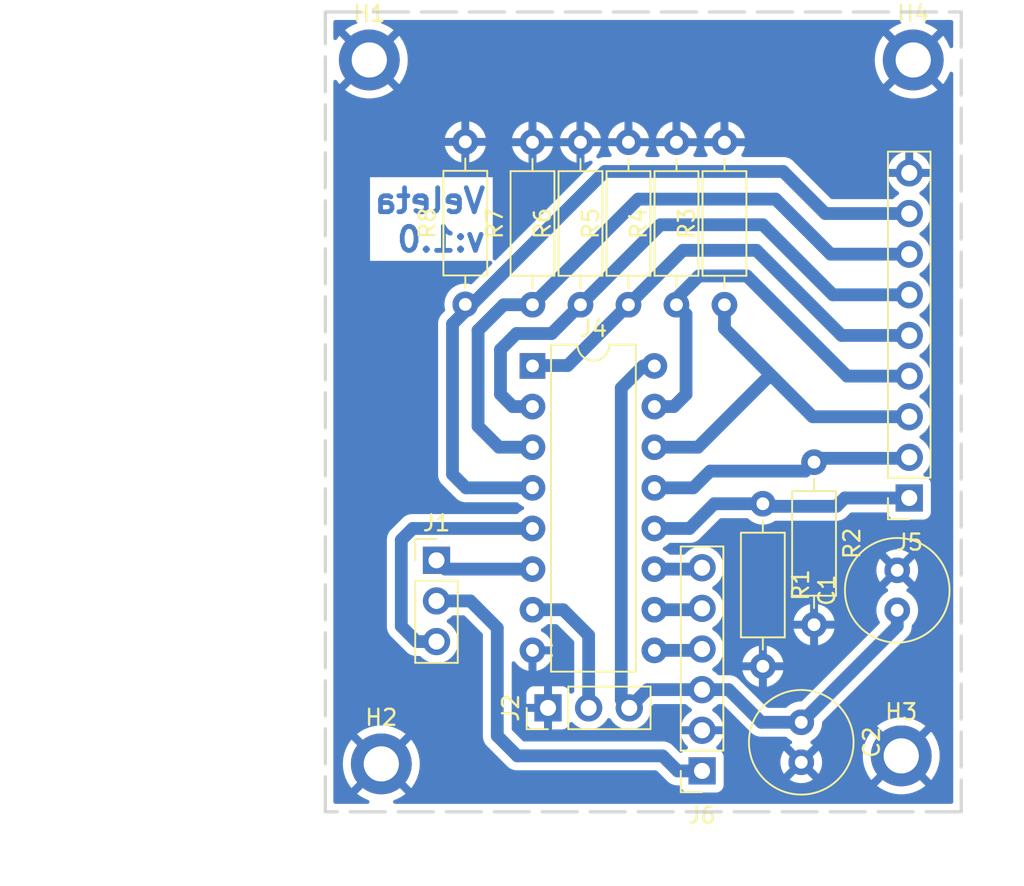
<source format=kicad_pcb>
(kicad_pcb (version 20240108) (generator "pcbnew") (generator_version "8.0")
  (layers (0 "F.Cu" signal) (31 "B.Cu" signal) (34 "B.Paste" user) (35 "F.Paste" user) (36 "B.SilkS" user "B.Silkscreen") (37 "F.SilkS" user "F.Silkscreen") (38 "B.Mask" user) (39 "F.Mask" user) (44 "Edge.Cuts" user))
  (net 0 "")
  (net 1 "GND")
  (net 2 "Net-(J1-Pin_2)")
  (net 3 "Net-(J1-Pin_1)")
  (net 4 "Net-(J1-Pin_3)")
  (net 5 "Net-(J2-Pin_2)")
  (net 6 "Net-(J4-Pin_14)")
  (net 7 "Net-(J4-Pin_3)")
  (net 8 "Net-(J4-Pin_13)")
  (net 9 "Net-(J4-Pin_4)")
  (net 10 "Net-(J4-Pin_1)")
  (net 11 "Net-(J4-Pin_2)")
  (net 12 "Net-(J4-Pin_15)")
  (net 13 "Net-(J4-Pin_12)")
  (net 14 "+5V")
  (net 15 "Net-(J4-Pin_9)")
  (net 16 "Net-(J4-Pin_10)")
  (net 17 "Net-(J4-Pin_11)")
  (footprint "MountingHole:MountingHole_2.2mm_M2_DIN965_Pad" (layer "F.Cu") (at 155.799999 63)
    (property "Reference" "H4" (at 0 -2.9 0) (layer "F.SilkS"))
    (property "Value" "MountingHole_Pad")
    (pad "1" thru_hole circle (at 0 0) (size 3.8 3.8) (drill 2.2) (layers "*.Cu" "*.Mask") (net 1 "GND"))
  )
  (footprint "Capacitor_THT:C_Radial_D6.3mm_H7.0mm_P2.50mm" (layer "F.Cu") (at 154.799999 97.4 90)
    (property "Reference" "C1" (at 1.25 -4.4 90) (layer "F.SilkS"))
    (property "Value" "C")
    (fp_circle (center 1.25 0) (end 4.52 0) (stroke (width 0.12)) (fill none) (layer "F.SilkS"))
    (pad "1" thru_hole circle (at 0 0 90) (size 1.6 1.6) (drill 0.8) (layers "*.Cu" "*.Mask") (net 14 "+5V"))
    (pad "2" thru_hole circle (at 2.5 0 90) (size 1.6 1.6) (drill 0.8) (layers "*.Cu" "*.Mask") (net 1 "GND"))
  )
  (footprint "Capacitor_THT:C_Radial_D6.3mm_H7.0mm_P2.50mm" (layer "F.Cu") (at 148.799999 104.4 -90)
    (property "Reference" "C2" (at 1.25 -4.4 90) (layer "F.SilkS"))
    (property "Value" "C")
    (fp_circle (center 1.25 0) (end 4.52 0) (stroke (width 0.12)) (fill none) (layer "F.SilkS"))
    (pad "1" thru_hole circle (at 0 0 270) (size 1.6 1.6) (drill 0.8) (layers "*.Cu" "*.Mask") (net 14 "+5V"))
    (pad "2" thru_hole circle (at 2.5 0 270) (size 1.6 1.6) (drill 0.8) (layers "*.Cu" "*.Mask") (net 1 "GND"))
  )
  (footprint "Resistor_THT:R_Axial_DIN0207_L6.3mm_D2.5mm_P10.16mm_Horizontal" (layer "F.Cu") (at 134.999999 78.3 90)
    (property "Reference" "R6" (at 5.08 -2.37 90) (layer "F.SilkS"))
    (property "Value" "10k")
    (fp_line (start 8.35 -1.37) (end 1.81 -1.37) (stroke (width 0.12)) (layer "F.SilkS"))
    (fp_line (start 1.81 -1.37) (end 1.81 1.37) (stroke (width 0.12)) (layer "F.SilkS"))
    (fp_line (start 9.12 0) (end 8.35 0) (stroke (width 0.12)) (layer "F.SilkS"))
    (fp_line (start 1.04 0) (end 1.81 0) (stroke (width 0.12)) (layer "F.SilkS"))
    (fp_line (start 8.35 1.37) (end 8.35 -1.37) (stroke (width 0.12)) (layer "F.SilkS"))
    (fp_line (start 1.81 1.37) (end 8.35 1.37) (stroke (width 0.12)) (layer "F.SilkS"))
    (pad "1" thru_hole circle (at 0 0 90) (size 1.6 1.6) (drill 0.8) (layers "*.Cu" "*.Mask") (net 11 "Net-(J4-Pin_2)"))
    (pad "2" thru_hole oval (at 10.16 0 90) (size 1.6 1.6) (drill 0.8) (layers "*.Cu" "*.Mask") (net 1 "GND"))
  )
  (footprint "Resistor_THT:R_Axial_DIN0207_L6.3mm_D2.5mm_P10.16mm_Horizontal" (layer "F.Cu") (at 146.399999 90.74 -90)
    (property "Reference" "R1" (at 5.08 -2.37 90) (layer "F.SilkS"))
    (property "Value" "10k")
    (fp_line (start 1.81 1.37) (end 8.35 1.37) (stroke (width 0.12)) (layer "F.SilkS"))
    (fp_line (start 8.35 1.37) (end 8.35 -1.37) (stroke (width 0.12)) (layer "F.SilkS"))
    (fp_line (start 1.04 0) (end 1.81 0) (stroke (width 0.12)) (layer "F.SilkS"))
    (fp_line (start 9.12 0) (end 8.35 0) (stroke (width 0.12)) (layer "F.SilkS"))
    (fp_line (start 1.81 -1.37) (end 1.81 1.37) (stroke (width 0.12)) (layer "F.SilkS"))
    (fp_line (start 8.35 -1.37) (end 1.81 -1.37) (stroke (width 0.12)) (layer "F.SilkS"))
    (pad "1" thru_hole circle (at 0 0 270) (size 1.6 1.6) (drill 0.8) (layers "*.Cu" "*.Mask") (net 13 "Net-(J4-Pin_12)"))
    (pad "2" thru_hole oval (at 10.16 0 270) (size 1.6 1.6) (drill 0.8) (layers "*.Cu" "*.Mask") (net 1 "GND"))
  )
  (footprint "Package_DIP:DIP-16_W7.62mm" (layer "F.Cu") (at 131.999999 82.125)
    (property "Reference" "J4" (at 3.81 -2.33 0) (layer "F.SilkS"))
    (property "Value" "74HC251")
    (fp_line (start 1.16 -1.33) (end 1.16 19.11) (stroke (width 0.12)) (layer "F.SilkS"))
    (fp_line (start 1.16 19.11) (end 6.46 19.11) (stroke (width 0.12)) (layer "F.SilkS"))
    (fp_line (start 2.81 -1.33) (end 1.16 -1.33) (stroke (width 0.12)) (layer "F.SilkS"))
    (fp_line (start 6.46 -1.33) (end 4.81 -1.33) (stroke (width 0.12)) (layer "F.SilkS"))
    (fp_line (start 6.46 19.11) (end 6.46 -1.33) (stroke (width 0.12)) (layer "F.SilkS"))
    (fp_arc (start 4.81 -1.33) (mid 3.81 -0.33) (end 2.81 -1.33) (stroke (width 0.12)) (layer "F.SilkS"))
    (pad "1" thru_hole rect (at 0 0) (size 1.6 1.6) (drill 0.8) (layers "*.Cu" "*.Mask") (net 10 "Net-(J4-Pin_1)"))
    (pad "2" thru_hole oval (at 0 2.54) (size 1.6 1.6) (drill 0.8) (layers "*.Cu" "*.Mask") (net 11 "Net-(J4-Pin_2)"))
    (pad "3" thru_hole oval (at 0 5.08) (size 1.6 1.6) (drill 0.8) (layers "*.Cu" "*.Mask") (net 7 "Net-(J4-Pin_3)"))
    (pad "4" thru_hole oval (at 0 7.62) (size 1.6 1.6) (drill 0.8) (layers "*.Cu" "*.Mask") (net 9 "Net-(J4-Pin_4)"))
    (pad "5" thru_hole oval (at 0 10.16) (size 1.6 1.6) (drill 0.8) (layers "*.Cu" "*.Mask") (net 4 "Net-(J1-Pin_3)"))
    (pad "6" thru_hole oval (at 0 12.7) (size 1.6 1.6) (drill 0.8) (layers "*.Cu" "*.Mask") (net 3 "Net-(J1-Pin_1)"))
    (pad "7" thru_hole oval (at 0 15.24) (size 1.6 1.6) (drill 0.8) (layers "*.Cu" "*.Mask") (net 5 "Net-(J2-Pin_2)"))
    (pad "8" thru_hole oval (at 0 17.78) (size 1.6 1.6) (drill 0.8) (layers "*.Cu" "*.Mask") (net 1 "GND"))
    (pad "9" thru_hole oval (at 7.62 17.78) (size 1.6 1.6) (drill 0.8) (layers "*.Cu" "*.Mask") (net 15 "Net-(J4-Pin_9)"))
    (pad "10" thru_hole oval (at 7.62 15.24) (size 1.6 1.6) (drill 0.8) (layers "*.Cu" "*.Mask") (net 16 "Net-(J4-Pin_10)"))
    (pad "11" thru_hole oval (at 7.62 12.7) (size 1.6 1.6) (drill 0.8) (layers "*.Cu" "*.Mask") (net 17 "Net-(J4-Pin_11)"))
    (pad "12" thru_hole oval (at 7.62 10.16) (size 1.6 1.6) (drill 0.8) (layers "*.Cu" "*.Mask") (net 13 "Net-(J4-Pin_12)"))
    (pad "13" thru_hole oval (at 7.62 7.62) (size 1.6 1.6) (drill 0.8) (layers "*.Cu" "*.Mask") (net 8 "Net-(J4-Pin_13)"))
    (pad "14" thru_hole oval (at 7.62 5.08) (size 1.6 1.6) (drill 0.8) (layers "*.Cu" "*.Mask") (net 6 "Net-(J4-Pin_14)"))
    (pad "15" thru_hole oval (at 7.62 2.54) (size 1.6 1.6) (drill 0.8) (layers "*.Cu" "*.Mask") (net 12 "Net-(J4-Pin_15)"))
    (pad "16" thru_hole oval (at 7.62 0) (size 1.6 1.6) (drill 0.8) (layers "*.Cu" "*.Mask") (net 14 "+5V"))
  )
  (footprint "Connector_PinSocket_2.54mm:PinSocket_1x06_P2.54mm_Vertical" (layer "F.Cu") (at 142.599999 107.44 180)
    (property "Reference" "J6" (at 0 -2.77 0) (layer "F.SilkS"))
    (property "Value" "ToMother")
    (fp_line (start 1.33 1.27) (end 1.33 14.03) (stroke (width 0.12)) (layer "F.SilkS"))
    (fp_line (start 1.33 -1.33) (end 1.33 0) (stroke (width 0.12)) (layer "F.SilkS"))
    (fp_line (start 0 -1.33) (end 1.33 -1.33) (stroke (width 0.12)) (layer "F.SilkS"))
    (fp_line (start -1.33 14.03) (end 1.33 14.03) (stroke (width 0.12)) (layer "F.SilkS"))
    (fp_line (start -1.33 1.27) (end 1.33 1.27) (stroke (width 0.12)) (layer "F.SilkS"))
    (fp_line (start -1.33 1.27) (end -1.33 14.03) (stroke (width 0.12)) (layer "F.SilkS"))
    (pad "1" thru_hole rect (at 0 0 180) (size 1.7 1.7) (drill 1) (layers "*.Cu" "*.Mask") (net 2 "Net-(J1-Pin_2)"))
    (pad "2" thru_hole oval (at 0 2.54 180) (size 1.7 1.7) (drill 1) (layers "*.Cu" "*.Mask") (net 1 "GND"))
    (pad "3" thru_hole oval (at 0 5.08 180) (size 1.7 1.7) (drill 1) (layers "*.Cu" "*.Mask") (net 14 "+5V"))
    (pad "4" thru_hole oval (at 0 7.62 180) (size 1.7 1.7) (drill 1) (layers "*.Cu" "*.Mask") (net 15 "Net-(J4-Pin_9)"))
    (pad "5" thru_hole oval (at 0 10.16 180) (size 1.7 1.7) (drill 1) (layers "*.Cu" "*.Mask") (net 16 "Net-(J4-Pin_10)"))
    (pad "6" thru_hole oval (at 0 12.7 180) (size 1.7 1.7) (drill 1) (layers "*.Cu" "*.Mask") (net 17 "Net-(J4-Pin_11)"))
  )
  (footprint "Connector_PinHeader_2.54mm:PinHeader_1x03_P2.54mm_Vertical" (layer "F.Cu") (at 126 94.275)
    (property "Reference" "J1" (at 0 -2.33 0) (layer "F.SilkS"))
    (property "Value" "Conn_01x03")
    (fp_line (start -1.33 -1.33) (end 0 -1.33) (stroke (width 0.12)) (layer "F.SilkS"))
    (fp_line (start -1.33 0) (end -1.33 -1.33) (stroke (width 0.12)) (layer "F.SilkS"))
    (fp_line (start -1.33 1.27) (end -1.33 6.41) (stroke (width 0.12)) (layer "F.SilkS"))
    (fp_line (start -1.33 1.27) (end 1.33 1.27) (stroke (width 0.12)) (layer "F.SilkS"))
    (fp_line (start -1.33 6.41) (end 1.33 6.41) (stroke (width 0.12)) (layer "F.SilkS"))
    (fp_line (start 1.33 1.27) (end 1.33 6.41) (stroke (width 0.12)) (layer "F.SilkS"))
    (pad "1" thru_hole rect (at 0 0) (size 1.7 1.7) (drill 1) (layers "*.Cu" "*.Mask") (net 3 "Net-(J1-Pin_1)"))
    (pad "2" thru_hole oval (at 0 2.54) (size 1.7 1.7) (drill 1) (layers "*.Cu" "*.Mask") (net 2 "Net-(J1-Pin_2)"))
    (pad "3" thru_hole oval (at 0 5.08) (size 1.7 1.7) (drill 1) (layers "*.Cu" "*.Mask") (net 4 "Net-(J1-Pin_3)"))
  )
  (footprint "Connector_PinHeader_2.54mm:PinHeader_1x03_P2.54mm_Vertical" (layer "F.Cu") (at 132.969999 103.5 90)
    (property "Reference" "J2" (at 0 -2.33 90) (layer "F.SilkS"))
    (property "Value" "Conn_01x03")
    (fp_line (start -1.33 -1.33) (end 0 -1.33) (stroke (width 0.12)) (layer "F.SilkS"))
    (fp_line (start -1.33 0) (end -1.33 -1.33) (stroke (width 0.12)) (layer "F.SilkS"))
    (fp_line (start 1.33 1.27) (end 1.33 6.41) (stroke (width 0.12)) (layer "F.SilkS"))
    (fp_line (start -1.33 1.27) (end 1.33 1.27) (stroke (width 0.12)) (layer "F.SilkS"))
    (fp_line (start -1.33 1.27) (end -1.33 6.41) (stroke (width 0.12)) (layer "F.SilkS"))
    (fp_line (start -1.33 6.41) (end 1.33 6.41) (stroke (width 0.12)) (layer "F.SilkS"))
    (pad "1" thru_hole rect (at 0 0 90) (size 1.7 1.7) (drill 1) (layers "*.Cu" "*.Mask") (net 1 "GND"))
    (pad "2" thru_hole oval (at 0 2.54 90) (size 1.7 1.7) (drill 1) (layers "*.Cu" "*.Mask") (net 5 "Net-(J2-Pin_2)"))
    (pad "3" thru_hole oval (at 0 5.08 90) (size 1.7 1.7) (drill 1) (layers "*.Cu" "*.Mask") (net 14 "+5V"))
  )
  (footprint "MountingHole:MountingHole_2.2mm_M2_DIN965_Pad" (layer "F.Cu") (at 121.799999 63)
    (property "Reference" "H1" (at 0 -2.9 0) (layer "F.SilkS"))
    (property "Value" "MountingHole_Pad")
    (pad "1" thru_hole circle (at 0 0) (size 3.8 3.8) (drill 2.2) (layers "*.Cu" "*.Mask") (net 1 "GND"))
  )
  (footprint "Resistor_THT:R_Axial_DIN0207_L6.3mm_D2.5mm_P10.16mm_Horizontal" (layer "F.Cu") (at 140.999999 78.3 90)
    (property "Reference" "R4" (at 5.08 -2.37 90) (layer "F.SilkS"))
    (property "Value" "10k")
    (fp_line (start 8.35 -1.37) (end 1.81 -1.37) (stroke (width 0.12)) (layer "F.SilkS"))
    (fp_line (start 1.81 -1.37) (end 1.81 1.37) (stroke (width 0.12)) (layer "F.SilkS"))
    (fp_line (start 9.12 0) (end 8.35 0) (stroke (width 0.12)) (layer "F.SilkS"))
    (fp_line (start 1.04 0) (end 1.81 0) (stroke (width 0.12)) (layer "F.SilkS"))
    (fp_line (start 8.35 1.37) (end 8.35 -1.37) (stroke (width 0.12)) (layer "F.SilkS"))
    (fp_line (start 1.81 1.37) (end 8.35 1.37) (stroke (width 0.12)) (layer "F.SilkS"))
    (pad "1" thru_hole circle (at 0 0 90) (size 1.6 1.6) (drill 0.8) (layers "*.Cu" "*.Mask") (net 12 "Net-(J4-Pin_15)"))
    (pad "2" thru_hole oval (at 10.16 0 90) (size 1.6 1.6) (drill 0.8) (layers "*.Cu" "*.Mask") (net 1 "GND"))
  )
  (footprint "Resistor_THT:R_Axial_DIN0207_L6.3mm_D2.5mm_P10.16mm_Horizontal" (layer "F.Cu") (at 149.599999 88.14 -90)
    (property "Reference" "R2" (at 5.08 -2.37 90) (layer "F.SilkS"))
    (property "Value" "10k")
    (fp_line (start 1.81 1.37) (end 8.35 1.37) (stroke (width 0.12)) (layer "F.SilkS"))
    (fp_line (start 8.35 1.37) (end 8.35 -1.37) (stroke (width 0.12)) (layer "F.SilkS"))
    (fp_line (start 1.04 0) (end 1.81 0) (stroke (width 0.12)) (layer "F.SilkS"))
    (fp_line (start 9.12 0) (end 8.35 0) (stroke (width 0.12)) (layer "F.SilkS"))
    (fp_line (start 1.81 -1.37) (end 1.81 1.37) (stroke (width 0.12)) (layer "F.SilkS"))
    (fp_line (start 8.35 -1.37) (end 1.81 -1.37) (stroke (width 0.12)) (layer "F.SilkS"))
    (pad "1" thru_hole circle (at 0 0 270) (size 1.6 1.6) (drill 0.8) (layers "*.Cu" "*.Mask") (net 8 "Net-(J4-Pin_13)"))
    (pad "2" thru_hole oval (at 10.16 0 270) (size 1.6 1.6) (drill 0.8) (layers "*.Cu" "*.Mask") (net 1 "GND"))
  )
  (footprint "Resistor_THT:R_Axial_DIN0207_L6.3mm_D2.5mm_P10.16mm_Horizontal" (layer "F.Cu") (at 137.999999 78.3 90)
    (property "Reference" "R5" (at 5.08 -2.37 90) (layer "F.SilkS"))
    (property "Value" "10k")
    (fp_line (start 8.35 -1.37) (end 1.81 -1.37) (stroke (width 0.12)) (layer "F.SilkS"))
    (fp_line (start 1.81 -1.37) (end 1.81 1.37) (stroke (width 0.12)) (layer "F.SilkS"))
    (fp_line (start 9.12 0) (end 8.35 0) (stroke (width 0.12)) (layer "F.SilkS"))
    (fp_line (start 1.04 0) (end 1.81 0) (stroke (width 0.12)) (layer "F.SilkS"))
    (fp_line (start 8.35 1.37) (end 8.35 -1.37) (stroke (width 0.12)) (layer "F.SilkS"))
    (fp_line (start 1.81 1.37) (end 8.35 1.37) (stroke (width 0.12)) (layer "F.SilkS"))
    (pad "1" thru_hole circle (at 0 0 90) (size 1.6 1.6) (drill 0.8) (layers "*.Cu" "*.Mask") (net 10 "Net-(J4-Pin_1)"))
    (pad "2" thru_hole oval (at 10.16 0 90) (size 1.6 1.6) (drill 0.8) (layers "*.Cu" "*.Mask") (net 1 "GND"))
  )
  (footprint "MountingHole:MountingHole_2.2mm_M2_DIN965_Pad" (layer "F.Cu") (at 122.549999 107)
    (property "Reference" "H2" (at 0 -2.9 0) (layer "F.SilkS"))
    (property "Value" "MountingHole_Pad")
    (pad "1" thru_hole circle (at 0 0) (size 3.8 3.8) (drill 2.2) (layers "*.Cu" "*.Mask") (net 1 "GND"))
  )
  (footprint "Resistor_THT:R_Axial_DIN0207_L6.3mm_D2.5mm_P10.16mm_Horizontal" (layer "F.Cu") (at 143.999999 78.3 90)
    (property "Reference" "R3" (at 5.08 -2.37 90) (layer "F.SilkS"))
    (property "Value" "10k")
    (fp_line (start 8.35 -1.37) (end 1.81 -1.37) (stroke (width 0.12)) (layer "F.SilkS"))
    (fp_line (start 1.81 -1.37) (end 1.81 1.37) (stroke (width 0.12)) (layer "F.SilkS"))
    (fp_line (start 9.12 0) (end 8.35 0) (stroke (width 0.12)) (layer "F.SilkS"))
    (fp_line (start 1.04 0) (end 1.81 0) (stroke (width 0.12)) (layer "F.SilkS"))
    (fp_line (start 8.35 1.37) (end 8.35 -1.37) (stroke (width 0.12)) (layer "F.SilkS"))
    (fp_line (start 1.81 1.37) (end 8.35 1.37) (stroke (width 0.12)) (layer "F.SilkS"))
    (pad "1" thru_hole circle (at 0 0 90) (size 1.6 1.6) (drill 0.8) (layers "*.Cu" "*.Mask") (net 6 "Net-(J4-Pin_14)"))
    (pad "2" thru_hole oval (at 10.16 0 90) (size 1.6 1.6) (drill 0.8) (layers "*.Cu" "*.Mask") (net 1 "GND"))
  )
  (footprint "Connector_PinSocket_2.54mm:PinSocket_1x09_P2.54mm_Vertical" (layer "F.Cu") (at 155.549999 90.38 180)
    (property "Reference" "J5" (at 0 -2.77 0) (layer "F.SilkS"))
    (property "Value" "Conn_01x09")
    (fp_line (start 1.33 1.27) (end 1.33 21.65) (stroke (width 0.12)) (layer "F.SilkS"))
    (fp_line (start 1.33 -1.33) (end 1.33 0) (stroke (width 0.12)) (layer "F.SilkS"))
    (fp_line (start 0 -1.33) (end 1.33 -1.33) (stroke (width 0.12)) (layer "F.SilkS"))
    (fp_line (start -1.33 21.65) (end 1.33 21.65) (stroke (width 0.12)) (layer "F.SilkS"))
    (fp_line (start -1.33 1.27) (end 1.33 1.27) (stroke (width 0.12)) (layer "F.SilkS"))
    (fp_line (start -1.33 1.27) (end -1.33 21.65) (stroke (width 0.12)) (layer "F.SilkS"))
    (pad "1" thru_hole rect (at 0 0 180) (size 1.7 1.7) (drill 1) (layers "*.Cu" "*.Mask") (net 13 "Net-(J4-Pin_12)"))
    (pad "2" thru_hole oval (at 0 2.54 180) (size 1.7 1.7) (drill 1) (layers "*.Cu" "*.Mask") (net 8 "Net-(J4-Pin_13)"))
    (pad "3" thru_hole oval (at 0 5.08 180) (size 1.7 1.7) (drill 1) (layers "*.Cu" "*.Mask") (net 6 "Net-(J4-Pin_14)"))
    (pad "4" thru_hole oval (at 0 7.62 180) (size 1.7 1.7) (drill 1) (layers "*.Cu" "*.Mask") (net 12 "Net-(J4-Pin_15)"))
    (pad "5" thru_hole oval (at 0 10.16 180) (size 1.7 1.7) (drill 1) (layers "*.Cu" "*.Mask") (net 10 "Net-(J4-Pin_1)"))
    (pad "6" thru_hole oval (at 0 12.7 180) (size 1.7 1.7) (drill 1) (layers "*.Cu" "*.Mask") (net 11 "Net-(J4-Pin_2)"))
    (pad "7" thru_hole oval (at 0 15.24 180) (size 1.7 1.7) (drill 1) (layers "*.Cu" "*.Mask") (net 7 "Net-(J4-Pin_3)"))
    (pad "8" thru_hole oval (at 0 17.78 180) (size 1.7 1.7) (drill 1) (layers "*.Cu" "*.Mask") (net 9 "Net-(J4-Pin_4)"))
    (pad "9" thru_hole oval (at 0 20.32 180) (size 1.7 1.7) (drill 1) (layers "*.Cu" "*.Mask") (net 1 "GND"))
  )
  (footprint "Resistor_THT:R_Axial_DIN0207_L6.3mm_D2.5mm_P10.16mm_Horizontal" (layer "F.Cu") (at 127.8 78.28 90)
    (property "Reference" "R8" (at 5.08 -2.37 90) (layer "F.SilkS"))
    (property "Value" "10k")
    (fp_line (start 8.35 -1.37) (end 1.81 -1.37) (stroke (width 0.12)) (layer "F.SilkS"))
    (fp_line (start 1.81 -1.37) (end 1.81 1.37) (stroke (width 0.12)) (layer "F.SilkS"))
    (fp_line (start 9.12 0) (end 8.35 0) (stroke (width 0.12)) (layer "F.SilkS"))
    (fp_line (start 1.04 0) (end 1.81 0) (stroke (width 0.12)) (layer "F.SilkS"))
    (fp_line (start 8.35 1.37) (end 8.35 -1.37) (stroke (width 0.12)) (layer "F.SilkS"))
    (fp_line (start 1.81 1.37) (end 8.35 1.37) (stroke (width 0.12)) (layer "F.SilkS"))
    (pad "1" thru_hole circle (at 0 0 90) (size 1.6 1.6) (drill 0.8) (layers "*.Cu" "*.Mask") (net 9 "Net-(J4-Pin_4)"))
    (pad "2" thru_hole oval (at 10.16 0 90) (size 1.6 1.6) (drill 0.8) (layers "*.Cu" "*.Mask") (net 1 "GND"))
  )
  (footprint "MountingHole:MountingHole_2.2mm_M2_DIN965_Pad" (layer "F.Cu") (at 155.049999 106.5)
    (property "Reference" "H3" (at 0 -2.75 0) (layer "F.SilkS"))
    (property "Value" "MountingHole_Pad")
    (pad "1" thru_hole circle (at 0 0) (size 3.8 3.8) (drill 2.2) (layers "*.Cu" "*.Mask") (net 1 "GND"))
  )
  (footprint "Resistor_THT:R_Axial_DIN0207_L6.3mm_D2.5mm_P10.16mm_Horizontal" (layer "F.Cu") (at 131.999999 78.3 90)
    (property "Reference" "R7" (at 5.08 -2.37 90) (layer "F.SilkS"))
    (property "Value" "10k")
    (fp_line (start 8.35 -1.37) (end 1.81 -1.37) (stroke (width 0.12)) (layer "F.SilkS"))
    (fp_line (start 1.81 -1.37) (end 1.81 1.37) (stroke (width 0.12)) (layer "F.SilkS"))
    (fp_line (start 9.12 0) (end 8.35 0) (stroke (width 0.12)) (layer "F.SilkS"))
    (fp_line (start 1.04 0) (end 1.81 0) (stroke (width 0.12)) (layer "F.SilkS"))
    (fp_line (start 8.35 1.37) (end 8.35 -1.37) (stroke (width 0.12)) (layer "F.SilkS"))
    (fp_line (start 1.81 1.37) (end 8.35 1.37) (stroke (width 0.12)) (layer "F.SilkS"))
    (pad "1" thru_hole circle (at 0 0 90) (size 1.6 1.6) (drill 0.8) (layers "*.Cu" "*.Mask") (net 7 "Net-(J4-Pin_3)"))
    (pad "2" thru_hole oval (at 10.16 0 90) (size 1.6 1.6) (drill 0.8) (layers "*.Cu" "*.Mask") (net 1 "GND"))
  )
  (gr_rect (start 119.049999 60) (end 158.799999 110) (stroke (width 0.2) (type dash)) (fill none) (layer "Edge.Cuts"))
  (gr_text "Veleta\nv:1.0\n" (at 129.199999 75.1 0) (layer "B.Cu") (effects (font (size 1.5 1.5) (thickness 0.3) (bold yes)) (justify left bottom mirror)))
  (segment (start 129.799999 98.5) (end 128.114999 96.815) (width 0.8) (layer "B.Cu") (net 2))
  (segment (start 131.049999 106.5) (end 129.799999 105.25) (width 0.8) (layer "B.Cu") (net 2))
  (segment (start 141.069999 107.44) (end 140.129999 106.5) (width 0.8) (layer "B.Cu") (net 2))
  (segment (start 129.799999 105.25) (end 129.799999 98.5) (width 0.8) (layer "B.Cu") (net 2))
  (segment (start 140.129999 106.5) (end 131.049999 106.5) (width 0.8) (layer "B.Cu") (net 2))
  (segment (start 128.114999 96.815) (end 126 96.815) (width 0.8) (layer "B.Cu") (net 2))
  (segment (start 142.599999 107.44) (end 141.069999 107.44) (width 0.8) (layer "B.Cu") (net 2))
  (segment (start 126.55 94.825) (end 126 94.275) (width 0.8) (layer "B.Cu") (net 3))
  (segment (start 131.984999 94.84) (end 131.999999 94.825) (width 0.8) (layer "B.Cu") (net 3))
  (segment (start 131.999999 94.825) (end 126.55 94.825) (width 0.8) (layer "B.Cu") (net 3))
  (segment (start 131.999999 92.285) (end 124.515 92.285) (width 0.8) (layer "B.Cu") (net 4))
  (segment (start 124.515 92.285) (end 123.8 93) (width 0.8) (layer "B.Cu") (net 4))
  (segment (start 124.755 99.355) (end 126 99.355) (width 0.8) (layer "B.Cu") (net 4))
  (segment (start 123.8 98.4) (end 124.755 99.355) (width 0.8) (layer "B.Cu") (net 4))
  (segment (start 123.8 93) (end 123.8 98.4) (width 0.8) (layer "B.Cu") (net 4))
  (segment (start 135.509999 98.96) (end 133.914999 97.365) (width 0.8) (layer "B.Cu") (net 5))
  (segment (start 133.914999 97.365) (end 131.999999 97.365) (width 0.8) (layer "B.Cu") (net 5))
  (segment (start 135.509999 103.5) (end 135.509999 98.96) (width 0.8) (layer "B.Cu") (net 5))
  (segment (start 143.999999 79.7) (end 143.999999 78.3) (width 0.8) (layer "B.Cu") (net 6))
  (segment (start 155.549999 85.3) (end 149.509999 85.3) (width 0.8) (layer "B.Cu") (net 6))
  (segment (start 143.999999 79.79) (end 143.999999 79.7) (width 0.8) (layer "B.Cu") (net 6))
  (segment (start 139.619999 87.205) (end 142.344999 87.205) (width 0.8) (layer "B.Cu") (net 6))
  (segment (start 142.344999 87.205) (end 146.879999 82.67) (width 0.8) (layer "B.Cu") (net 6))
  (segment (start 149.509999 85.3) (end 143.999999 79.79) (width 0.8) (layer "B.Cu") (net 6))
  (segment (start 130.199999 78.3) (end 131.999999 78.3) (width 0.8) (layer "B.Cu") (net 7))
  (segment (start 131.999999 78.3) (end 138.599999 71.7) (width 0.8) (layer "B.Cu") (net 7))
  (segment (start 128.599999 79.9) (end 130.199999 78.3) (width 0.8) (layer "B.Cu") (net 7))
  (segment (start 128.599999 85.9) (end 128.599999 79.9) (width 0.8) (layer "B.Cu") (net 7))
  (segment (start 129.904999 87.205) (end 128.599999 85.9) (width 0.8) (layer "B.Cu") (net 7))
  (segment (start 131.999999 87.205) (end 129.904999 87.205) (width 0.8) (layer "B.Cu") (net 7))
  (segment (start 150.639999 75.14) (end 155.549999 75.14) (width 0.8) (layer "B.Cu") (net 7))
  (segment (start 147.199999 71.7) (end 150.639999 75.14) (width 0.8) (layer "B.Cu") (net 7))
  (segment (start 138.599999 71.7) (end 147.199999 71.7) (width 0.8) (layer "B.Cu") (net 7))
  (segment (start 149.039999 88.7) (end 149.839999 87.9) (width 0.8) (layer "B.Cu") (net 8))
  (segment (start 143.099999 88.7) (end 149.039999 88.7) (width 0.8) (layer "B.Cu") (net 8))
  (segment (start 139.619999 89.745) (end 142.054999 89.745) (width 0.8) (layer "B.Cu") (net 8))
  (segment (start 149.839999 87.9) (end 155.489999 87.9) (width 0.8) (layer "B.Cu") (net 8))
  (segment (start 155.489999 87.9) (end 155.549999 87.84) (width 0.8) (layer "B.Cu") (net 8))
  (segment (start 142.054999 89.745) (end 143.099999 88.7) (width 0.8) (layer "B.Cu") (net 8))
  (segment (start 155.549999 72.6) (end 150.299999 72.6) (width 0.8) (layer "B.Cu") (net 9))
  (segment (start 127.844999 89.745) (end 131.999999 89.745) (width 0.8) (layer "B.Cu") (net 9))
  (segment (start 147.669999 69.97) (end 136.529999 69.97) (width 0.8) (layer "B.Cu") (net 9))
  (segment (start 136.529999 69.97) (end 126.999999 79.5) (width 0.8) (layer "B.Cu") (net 9))
  (segment (start 126.999999 88.9) (end 127.844999 89.745) (width 0.8) (layer "B.Cu") (net 9))
  (segment (start 150.299999 72.6) (end 147.669999 69.97) (width 0.8) (layer "B.Cu") (net 9))
  (segment (start 126.999999 79.5) (end 126.999999 88.9) (width 0.8) (layer "B.Cu") (net 9))
  (segment (start 134.199999 82.1) (end 137.999999 78.3) (width 0.8) (layer "B.Cu") (net 10))
  (segment (start 137.999999 78.3) (end 141.399999 74.9) (width 0.8) (layer "B.Cu") (net 10))
  (segment (start 151.319999 80.22) (end 155.549999 80.22) (width 0.8) (layer "B.Cu") (net 10))
  (segment (start 145.999999 74.9) (end 151.319999 80.22) (width 0.8) (layer "B.Cu") (net 10))
  (segment (start 132.024999 82.1) (end 134.199999 82.1) (width 0.8) (layer "B.Cu") (net 10))
  (segment (start 131.999999 82.125) (end 132.024999 82.1) (width 0.8) (layer "B.Cu") (net 10))
  (segment (start 141.399999 74.9) (end 145.999999 74.9) (width 0.8) (layer "B.Cu") (net 10))
  (segment (start 130.764999 84.665) (end 131.999999 84.665) (width 0.8) (layer "B.Cu") (net 11))
  (segment (start 155.549999 77.68) (end 150.779999 77.68) (width 0.8) (layer "B.Cu") (net 11))
  (segment (start 133.199999 80.1) (end 130.999999 80.1) (width 0.8) (layer "B.Cu") (net 11))
  (segment (start 130.999999 80.1) (end 129.999999 81.1) (width 0.8) (layer "B.Cu") (net 11))
  (segment (start 129.999999 81.1) (end 129.999999 83.9) (width 0.8) (layer "B.Cu") (net 11))
  (segment (start 139.999999 73.3) (end 133.199999 80.1) (width 0.8) (layer "B.Cu") (net 11))
  (segment (start 146.399999 73.3) (end 139.999999 73.3) (width 0.8) (layer "B.Cu") (net 11))
  (segment (start 129.999999 83.9) (end 130.764999 84.665) (width 0.8) (layer "B.Cu") (net 11))
  (segment (start 150.779999 77.68) (end 146.399999 73.3) (width 0.8) (layer "B.Cu") (net 11))
  (segment (start 145.399999 76.5) (end 151.659999 82.76) (width 0.8) (layer "B.Cu") (net 12))
  (segment (start 151.659999 82.76) (end 155.549999 82.76) (width 0.8) (layer "B.Cu") (net 12))
  (segment (start 141.599999 83.9) (end 141.599999 78.9) (width 0.8) (layer "B.Cu") (net 12))
  (segment (start 140.834999 84.665) (end 141.599999 83.9) (width 0.8) (layer "B.Cu") (net 12))
  (segment (start 140.999999 78.3) (end 140.999999 77.9) (width 0.8) (layer "B.Cu") (net 12))
  (segment (start 141.599999 78.9) (end 140.999999 78.3) (width 0.8) (layer "B.Cu") (net 12))
  (segment (start 140.999999 77.9) (end 142.399999 76.5) (width 0.8) (layer "B.Cu") (net 12))
  (segment (start 139.619999 84.665) (end 140.834999 84.665) (width 0.8) (layer "B.Cu") (net 12))
  (segment (start 142.399999 76.5) (end 145.399999 76.5) (width 0.8) (layer "B.Cu") (net 12))
  (segment (start 146.559999 90.9) (end 150.999999 90.9) (width 0.8) (layer "B.Cu") (net 13))
  (segment (start 139.619999 92.285) (end 141.814999 92.285) (width 0.8) (layer "B.Cu") (net 13))
  (segment (start 146.399999 90.74) (end 146.559999 90.9) (width 0.8) (layer "B.Cu") (net 13))
  (segment (start 143.359999 90.74) (end 146.399999 90.74) (width 0.8) (layer "B.Cu") (net 13))
  (segment (start 141.814999 92.285) (end 143.359999 90.74) (width 0.8) (layer "B.Cu") (net 13))
  (segment (start 150.999999 90.9) (end 151.519999 90.38) (width 0.8) (layer "B.Cu") (net 13))
  (segment (start 151.519999 90.38) (end 155.549999 90.38) (width 0.8) (layer "B.Cu") (net 13))
  (segment (start 138.049999 103.5) (end 137.549999 103) (width 0.8) (layer "B.Cu") (net 14))
  (segment (start 139.189999 102.36) (end 138.049999 103.5) (width 0.8) (layer "B.Cu") (net 14))
  (segment (start 154.799999 98.4) (end 154.799999 97.4) (width 0.8) (layer "B.Cu") (net 14))
  (segment (start 148.799999 104.4) (end 146.299999 104.4) (width 0.8) (layer "B.Cu") (net 14))
  (segment (start 144.259999 102.36) (end 139.189999 102.36) (width 0.8) (layer "B.Cu") (net 14))
  (segment (start 138.924999 82.125) (end 139.619999 82.125) (width 0.8) (layer "B.Cu") (net 14))
  (segment (start 146.299999 104.4) (end 144.259999 102.36) (width 0.8) (layer "B.Cu") (net 14))
  (segment (start 137.549999 103) (end 137.549999 83.5) (width 0.8) (layer "B.Cu") (net 14))
  (segment (start 137.549999 83.5) (end 138.924999 82.125) (width 0.8) (layer "B.Cu") (net 14))
  (segment (start 148.799999 104.4) (end 154.799999 98.4) (width 0.8) (layer "B.Cu") (net 14))
  (segment (start 142.599999 99.82) (end 142.514999 99.905) (width 0.8) (layer "B.Cu") (net 15))
  (segment (start 142.514999 99.905) (end 139.619999 99.905) (width 0.8) (layer "B.Cu") (net 15))
  (segment (start 142.599999 97.28) (end 142.514999 97.365) (width 0.8) (layer "B.Cu") (net 16))
  (segment (start 142.514999 97.365) (end 139.619999 97.365) (width 0.8) (layer "B.Cu") (net 16))
  (segment (start 142.514999 94.825) (end 139.619999 94.825) (width 0.8) (layer "B.Cu") (net 17))
  (segment (start 142.599999 94.74) (end 142.514999 94.825) (width 0.8) (layer "B.Cu") (net 17))
  (zone (net 1) (net_name "GND") (layer "B.Cu") (connect_pads (clearance 0.5)) (min_thickness 0.25) (fill yes (thermal_gap 0.5) (thermal_bridge_width 0.5))
    (polygon (pts (xy 158.799999 60) (xy 119.049999 60) (xy 119.049999 110) (xy 158.799999 110)))
  )
)
</source>
